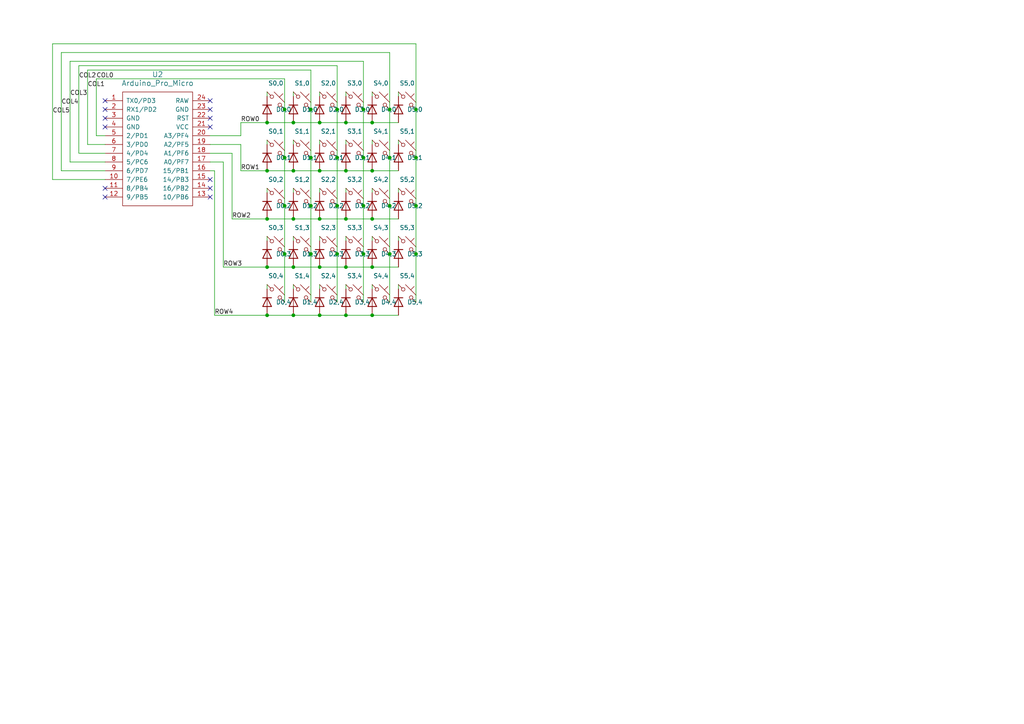
<source format=kicad_sch>
(kicad_sch (version 20230121) (generator eeschema)
  (paper "A4")
  (lib_symbols
    (symbol "ScottoKeebs:MCU_Arduino_Pro_Micro" (pin_names (offset 1.016))
      (property "Reference" "U" (at 0 0 0))
      (property "Value" "Arduino_Pro_Micro" (at 0 -19.05 0))
      (symbol "MCU_Arduino_Pro_Micro_0_1"
        (rectangle (start -10.16 16.51) (end 10.16 -16.51))
      )
      (symbol "MCU_Arduino_Pro_Micro_1_1"
        (pin input line (at -15.24 13.97 0) (length 5.08) (name "TX0/PD3") (number "1"))
        (pin input line (at -15.24 -8.89 0) (length 5.08) (name "7/PE6") (number "10"))
        (pin input line (at -15.24 -11.43 0) (length 5.08) (name "8/PB4") (number "11"))
        (pin input line (at -15.24 -13.97 0) (length 5.08) (name "9/PB5") (number "12"))
        (pin input line (at 15.24 -13.97 180) (length 5.08) (name "10/PB6") (number "13"))
        (pin input line (at 15.24 -11.43 180) (length 5.08) (name "16/PB2") (number "14"))
        (pin input line (at 15.24 -8.89 180) (length 5.08) (name "14/PB3") (number "15"))
        (pin input line (at 15.24 -6.35 180) (length 5.08) (name "15/PB1") (number "16"))
        (pin input line (at 15.24 -3.81 180) (length 5.08) (name "A0/PF7") (number "17"))
        (pin input line (at 15.24 -1.27 180) (length 5.08) (name "A1/PF6") (number "18"))
        (pin input line (at 15.24 1.27 180) (length 5.08) (name "A2/PF5") (number "19"))
        (pin input line (at -15.24 11.43 0) (length 5.08) (name "RX1/PD2") (number "2"))
        (pin input line (at 15.24 3.81 180) (length 5.08) (name "A3/PF4") (number "20"))
        (pin input line (at 15.24 6.35 180) (length 5.08) (name "VCC") (number "21"))
        (pin input line (at 15.24 8.89 180) (length 5.08) (name "RST") (number "22"))
        (pin input line (at 15.24 11.43 180) (length 5.08) (name "GND") (number "23"))
        (pin input line (at 15.24 13.97 180) (length 5.08) (name "RAW") (number "24"))
        (pin input line (at -15.24 8.89 0) (length 5.08) (name "GND") (number "3"))
        (pin input line (at -15.24 6.35 0) (length 5.08) (name "GND") (number "4"))
        (pin input line (at -15.24 3.81 0) (length 5.08) (name "2/PD1") (number "5"))
        (pin input line (at -15.24 1.27 0) (length 5.08) (name "3/PD0") (number "6"))
        (pin input line (at -15.24 -1.27 0) (length 5.08) (name "4/PD4") (number "7"))
        (pin input line (at -15.24 -3.81 0) (length 5.08) (name "5/PC6") (number "8"))
        (pin input line (at -15.24 -6.35 0) (length 5.08) (name "6/PD7") (number "9"))
      )
    )
    (symbol "ScottoKeebs:Placeholder_Diode" (pin_numbers hide) (pin_names hide)
      (property "Reference" "D" (at 0 2.54 0))
      (property "Value" "Diode" (at 0 -2.54 0))
      (symbol "Placeholder_Diode_0_1"
        (polyline (pts (xy -1.27 1.27) (xy -1.27 -1.27)) (stroke (width 0.254)))
        (polyline (pts (xy 1.27 0) (xy -1.27 0)))
        (polyline (pts (xy 1.27 1.27) (xy 1.27 -1.27) (xy -1.27 0) (xy 1.27 1.27)) (stroke (width 0.254)))
      )
      (symbol "Placeholder_Diode_1_1"
        (pin passive line (at -3.81 0 0) (length 2.54) (name "K") (number "1"))
        (pin passive line (at 3.81 0 180) (length 2.54) (name "A") (number "2"))
      )
    )
    (symbol "ScottoKeebs:Placeholder_Keyswitch" (pin_numbers hide) (pin_names (offset 1.016) hide)
      (property "Reference" "S" (at 3.048 1.016 0))
      (property "Value" "Keyswitch" (at 0 -3.81 0))
      (symbol "Placeholder_Keyswitch_0_1"
        (circle (center -1.1684 1.1684) (radius 0.508))
        (polyline (pts (xy -0.508 2.54) (xy 2.54 -0.508)))
        (polyline (pts (xy 1.016 1.016) (xy 2.032 2.032)))
        (polyline (pts (xy -2.54 2.54) (xy -1.524 1.524) (xy -1.524 1.524)))
        (polyline (pts (xy 1.524 -1.524) (xy 2.54 -2.54) (xy 2.54 -2.54) (xy 2.54 -2.54)))
        (circle (center 1.143 -1.1938) (radius 0.508))
        (pin passive line (at -2.54 2.54 0) (length 0) (name "1") (number "1"))
        (pin passive line (at 2.54 -2.54 180) (length 0) (name "2") (number "2"))
      )
    )
  )
  (junction (at 107.95 77.47))
  (junction (at 113.03 59.69))
  (junction (at 77.47 49.53))
  (junction (at 105.41 73.66))
  (junction (at 105.41 45.72))
  (junction (at 97.79 73.66))
  (junction (at 82.55 31.75))
  (junction (at 92.71 91.44))
  (junction (at 90.17 45.72))
  (junction (at 92.71 77.47))
  (junction (at 92.71 35.56))
  (junction (at 97.79 31.75))
  (junction (at 107.95 91.44))
  (junction (at 120.65 73.66))
  (junction (at 120.65 31.75))
  (junction (at 85.09 63.5))
  (junction (at 77.47 77.47))
  (junction (at 90.17 31.75))
  (junction (at 82.55 73.66))
  (junction (at 100.33 63.5))
  (junction (at 105.41 59.69))
  (junction (at 100.33 91.44))
  (junction (at 85.09 91.44))
  (junction (at 97.79 59.69))
  (junction (at 113.03 73.66))
  (junction (at 113.03 31.75))
  (junction (at 107.95 35.56))
  (junction (at 120.65 59.69))
  (junction (at 107.95 63.5))
  (junction (at 100.33 49.53))
  (junction (at 92.71 49.53))
  (junction (at 100.33 77.47))
  (junction (at 82.55 59.69))
  (junction (at 120.65 45.72))
  (junction (at 97.79 45.72))
  (junction (at 90.17 73.66))
  (junction (at 85.09 49.53))
  (junction (at 100.33 35.56))
  (junction (at 105.41 31.75))
  (junction (at 82.55 45.72))
  (junction (at 85.09 35.56))
  (junction (at 107.95 49.53))
  (junction (at 77.47 91.44))
  (junction (at 77.47 35.56))
  (junction (at 90.17 59.69))
  (junction (at 85.09 77.47))
  (junction (at 92.71 63.5))
  (junction (at 113.03 45.72))
  (junction (at 77.47 63.5))
  (no_connect (at 60.96 34.29))
  (no_connect (at 30.48 54.61))
  (no_connect (at 30.48 57.15))
  (no_connect (at 30.48 34.29))
  (no_connect (at 60.96 52.07))
  (no_connect (at 60.96 57.15))
  (no_connect (at 30.48 29.21))
  (no_connect (at 30.48 36.83))
  (no_connect (at 60.96 54.61))
  (no_connect (at 30.48 31.75))
  (no_connect (at 60.96 29.21))
  (no_connect (at 60.96 36.83))
  (no_connect (at 60.96 31.75))
  (wire (pts (xy 85.09 91.44) (xy 92.71 91.44)))
  (wire (pts (xy 82.55 59.69) (xy 82.55 73.66)))
  (wire (pts (xy 107.95 40.64) (xy 107.95 41.91)))
  (wire (pts (xy 92.71 77.47) (xy 100.33 77.47)))
  (wire (pts (xy 107.95 76.2) (xy 107.95 77.47)))
  (wire (pts (xy 92.71 68.58) (xy 92.71 69.85)))
  (wire (pts (xy 115.57 40.64) (xy 115.57 41.91)))
  (wire (pts (xy 115.57 68.58) (xy 115.57 69.85)))
  (wire (pts (xy 85.09 40.64) (xy 85.09 41.91)))
  (wire (pts (xy 120.65 59.69) (xy 120.65 73.66)))
  (wire (pts (xy 64.77 77.47) (xy 77.47 77.47)))
  (wire (pts (xy 120.65 31.75) (xy 120.65 45.72)))
  (wire (pts (xy 115.57 54.61) (xy 115.57 55.88)))
  (wire (pts (xy 107.95 49.53) (xy 115.57 49.53)))
  (wire (pts (xy 97.79 31.75) (xy 97.79 45.72)))
  (wire (pts (xy 27.94 22.86) (xy 82.55 22.86)))
  (wire (pts (xy 97.79 59.69) (xy 97.79 73.66)))
  (wire (pts (xy 90.17 59.69) (xy 90.17 73.66)))
  (wire (pts (xy 113.03 73.66) (xy 113.03 87.63)))
  (wire (pts (xy 92.71 26.67) (xy 92.71 27.94)))
  (wire (pts (xy 60.96 41.91) (xy 69.85 41.91)))
  (wire (pts (xy 22.86 19.05) (xy 97.79 19.05)))
  (wire (pts (xy 100.33 54.61) (xy 100.33 55.88)))
  (wire (pts (xy 82.55 31.75) (xy 82.55 45.72)))
  (wire (pts (xy 90.17 31.75) (xy 90.17 45.72)))
  (wire (pts (xy 85.09 26.67) (xy 85.09 27.94)))
  (wire (pts (xy 100.33 68.58) (xy 100.33 69.85)))
  (wire (pts (xy 107.95 68.58) (xy 107.95 69.85)))
  (wire (pts (xy 77.47 82.55) (xy 77.47 83.82)))
  (wire (pts (xy 115.57 82.55) (xy 115.57 83.82)))
  (wire (pts (xy 69.85 39.37) (xy 69.85 35.56)))
  (wire (pts (xy 20.32 46.99) (xy 20.32 17.78)))
  (wire (pts (xy 107.95 27.94) (xy 107.95 26.67)))
  (wire (pts (xy 107.95 63.5) (xy 115.57 63.5)))
  (wire (pts (xy 90.17 73.66) (xy 90.17 87.63)))
  (wire (pts (xy 92.71 63.5) (xy 100.33 63.5)))
  (wire (pts (xy 105.41 45.72) (xy 105.41 59.69)))
  (wire (pts (xy 67.31 44.45) (xy 67.31 63.5)))
  (wire (pts (xy 17.78 49.53) (xy 17.78 15.24)))
  (wire (pts (xy 97.79 73.66) (xy 97.79 87.63)))
  (wire (pts (xy 82.55 45.72) (xy 82.55 59.69)))
  (wire (pts (xy 100.33 35.56) (xy 107.95 35.56)))
  (wire (pts (xy 105.41 59.69) (xy 105.41 73.66)))
  (wire (pts (xy 105.41 73.66) (xy 105.41 87.63)))
  (wire (pts (xy 20.32 17.78) (xy 105.41 17.78)))
  (wire (pts (xy 62.23 49.53) (xy 62.23 91.44)))
  (wire (pts (xy 92.71 82.55) (xy 92.71 83.82)))
  (wire (pts (xy 100.33 49.53) (xy 107.95 49.53)))
  (wire (pts (xy 82.55 22.86) (xy 82.55 31.75)))
  (wire (pts (xy 77.47 35.56) (xy 85.09 35.56)))
  (wire (pts (xy 97.79 19.05) (xy 97.79 31.75)))
  (wire (pts (xy 77.47 68.58) (xy 77.47 69.85)))
  (wire (pts (xy 30.48 49.53) (xy 17.78 49.53)))
  (wire (pts (xy 105.41 17.78) (xy 105.41 31.75)))
  (wire (pts (xy 120.65 45.72) (xy 120.65 59.69)))
  (wire (pts (xy 25.4 20.32) (xy 25.4 41.91)))
  (wire (pts (xy 77.47 77.47) (xy 85.09 77.47)))
  (wire (pts (xy 105.41 31.75) (xy 105.41 45.72)))
  (wire (pts (xy 85.09 35.56) (xy 92.71 35.56)))
  (wire (pts (xy 107.95 91.44) (xy 115.57 91.44)))
  (wire (pts (xy 85.09 54.61) (xy 85.09 55.88)))
  (wire (pts (xy 15.24 12.7) (xy 120.65 12.7)))
  (wire (pts (xy 30.48 52.07) (xy 15.24 52.07)))
  (wire (pts (xy 90.17 20.32) (xy 90.17 31.75)))
  (wire (pts (xy 62.23 91.44) (xy 77.47 91.44)))
  (wire (pts (xy 15.24 52.07) (xy 15.24 12.7)))
  (wire (pts (xy 85.09 63.5) (xy 92.71 63.5)))
  (wire (pts (xy 97.79 45.72) (xy 97.79 59.69)))
  (wire (pts (xy 77.47 26.67) (xy 77.47 27.94)))
  (wire (pts (xy 82.55 73.66) (xy 82.55 87.63)))
  (wire (pts (xy 17.78 15.24) (xy 113.03 15.24)))
  (wire (pts (xy 100.33 77.47) (xy 107.95 77.47)))
  (wire (pts (xy 92.71 49.53) (xy 100.33 49.53)))
  (wire (pts (xy 115.57 26.67) (xy 115.57 27.94)))
  (wire (pts (xy 113.03 15.24) (xy 113.03 31.75)))
  (wire (pts (xy 69.85 35.56) (xy 77.47 35.56)))
  (wire (pts (xy 120.65 12.7) (xy 120.65 31.75)))
  (wire (pts (xy 100.33 91.44) (xy 107.95 91.44)))
  (wire (pts (xy 30.48 41.91) (xy 25.4 41.91)))
  (wire (pts (xy 77.47 54.61) (xy 77.47 55.88)))
  (wire (pts (xy 107.95 77.47) (xy 115.57 77.47)))
  (wire (pts (xy 85.09 49.53) (xy 92.71 49.53)))
  (wire (pts (xy 92.71 91.44) (xy 100.33 91.44)))
  (wire (pts (xy 77.47 63.5) (xy 85.09 63.5)))
  (wire (pts (xy 60.96 49.53) (xy 62.23 49.53)))
  (wire (pts (xy 85.09 82.55) (xy 85.09 83.82)))
  (wire (pts (xy 30.48 39.37) (xy 27.94 39.37)))
  (wire (pts (xy 90.17 45.72) (xy 90.17 59.69)))
  (wire (pts (xy 60.96 46.99) (xy 64.77 46.99)))
  (wire (pts (xy 60.96 44.45) (xy 67.31 44.45)))
  (wire (pts (xy 100.33 40.64) (xy 100.33 41.91)))
  (wire (pts (xy 67.31 63.5) (xy 77.47 63.5)))
  (wire (pts (xy 120.65 73.66) (xy 120.65 87.63)))
  (wire (pts (xy 69.85 41.91) (xy 69.85 49.53)))
  (wire (pts (xy 60.96 39.37) (xy 69.85 39.37)))
  (wire (pts (xy 69.85 49.53) (xy 77.47 49.53)))
  (wire (pts (xy 107.95 35.56) (xy 115.57 35.56)))
  (wire (pts (xy 100.33 63.5) (xy 107.95 63.5)))
  (wire (pts (xy 107.95 54.61) (xy 107.95 55.88)))
  (wire (pts (xy 92.71 54.61) (xy 92.71 55.88)))
  (wire (pts (xy 77.47 49.53) (xy 85.09 49.53)))
  (wire (pts (xy 30.48 46.99) (xy 20.32 46.99)))
  (wire (pts (xy 64.77 46.99) (xy 64.77 77.47)))
  (wire (pts (xy 113.03 31.75) (xy 113.03 45.72)))
  (wire (pts (xy 92.71 40.64) (xy 92.71 41.91)))
  (wire (pts (xy 27.94 39.37) (xy 27.94 22.86)))
  (wire (pts (xy 113.03 59.69) (xy 113.03 73.66)))
  (wire (pts (xy 85.09 68.58) (xy 85.09 69.85)))
  (wire (pts (xy 85.09 77.47) (xy 92.71 77.47)))
  (wire (pts (xy 30.48 44.45) (xy 22.86 44.45)))
  (wire (pts (xy 77.47 91.44) (xy 85.09 91.44)))
  (wire (pts (xy 107.95 82.55) (xy 107.95 83.82)))
  (wire (pts (xy 22.86 19.05) (xy 22.86 44.45)))
  (wire (pts (xy 25.4 20.32) (xy 90.17 20.32)))
  (wire (pts (xy 92.71 35.56) (xy 100.33 35.56)))
  (wire (pts (xy 113.03 45.72) (xy 113.03 59.69)))
  (wire (pts (xy 77.47 40.64) (xy 77.47 41.91)))
  (wire (pts (xy 100.33 82.55) (xy 100.33 83.82)))
  (wire (pts (xy 100.33 26.67) (xy 100.33 27.94)))
  (label "ROW1" (at 69.85 49.53 0))
  (label "COL0" (at 27.94 22.86 0))
  (label "COL3" (at 20.32 27.94 0))
  (label "COL4" (at 17.78 30.48 0))
  (label "ROW2" (at 67.31 63.5 0))
  (label "COL1" (at 25.4 25.4 0))
  (label "COL2" (at 22.86 22.86 0))
  (label "ROW4" (at 62.23 91.44 0))
  (label "ROW0" (at 69.85 35.56 0))
  (label "ROW3" (at 64.77 77.47 0))
  (label "COL5" (at 15.24 33.02 0))
  (symbol (lib_id "ScottoKeebs:Placeholder_Keyswitch") (at 95.25 57.15 0) (unit 1)
    (property "Reference" "S2,2" (at 95.25 52.07 0))
    (property "Value" "Keyswitch" (effects hide))
    (property "Footprint" "ScottoKeebs_Hotswap:Hotswap_MX_1.00u" (effects hide))
  )
  (symbol (lib_id "ScottoKeebs:Placeholder_Diode") (at 107.95 59.69 270) (unit 1)
    (property "Reference" "D4,2" (at 110.49 59.69 90) (effects (justify left)))
    (property "Value" "Diode" (effects hide))
    (property "Footprint" "ScottoKeebs_Components:Diode_DO-35" (effects hide))
    (property "Sim.Device" "D" (effects hide))
    (property "Sim.Pins" "1=K 2=A" (effects hide))
  )
  (symbol (lib_id "ScottoKeebs:Placeholder_Keyswitch") (at 87.63 85.09 0) (unit 1)
    (property "Reference" "S1,4" (at 87.63 80.01 0))
    (property "Value" "Keyswitch" (effects hide))
    (property "Footprint" "ScottoKeebs_Hotswap:Hotswap_MX_1.00u" (effects hide))
  )
  (symbol (lib_id "ScottoKeebs:Placeholder_Keyswitch") (at 118.11 85.09 0) (unit 1)
    (property "Reference" "S5,4" (at 118.11 80.01 0))
    (property "Value" "Keyswitch" (effects hide))
    (property "Footprint" "ScottoKeebs_Hotswap:Hotswap_MX_1.00u" (effects hide))
  )
  (symbol (lib_id "ScottoKeebs:Placeholder_Diode") (at 100.33 73.66 270) (unit 1)
    (property "Reference" "D3,3" (at 102.87 73.66 90) (effects (justify left)))
    (property "Value" "Diode" (effects hide))
    (property "Footprint" "ScottoKeebs_Components:Diode_DO-35" (effects hide))
    (property "Sim.Device" "D" (effects hide))
    (property "Sim.Pins" "1=K 2=A" (effects hide))
  )
  (symbol (lib_id "ScottoKeebs:Placeholder_Diode") (at 92.71 87.63 270) (unit 1)
    (property "Reference" "D2,4" (at 95.25 87.63 90) (effects (justify left)))
    (property "Value" "Diode" (effects hide))
    (property "Footprint" "ScottoKeebs_Components:Diode_DO-35" (effects hide))
    (property "Sim.Device" "D" (effects hide))
    (property "Sim.Pins" "1=K 2=A" (effects hide))
  )
  (symbol (lib_id "ScottoKeebs:Placeholder_Keyswitch") (at 95.25 71.12 0) (unit 1)
    (property "Reference" "S2,3" (at 95.25 66.04 0))
    (property "Value" "Keyswitch" (effects hide))
    (property "Footprint" "ScottoKeebs_Hotswap:Hotswap_MX_1.00u" (effects hide))
  )
  (symbol (lib_id "ScottoKeebs:Placeholder_Keyswitch") (at 95.25 43.18 0) (unit 1)
    (property "Reference" "S2,1" (at 95.25 38.1 0))
    (property "Value" "Keyswitch" (effects hide))
    (property "Footprint" "ScottoKeebs_Hotswap:Hotswap_MX_1.00u" (effects hide))
  )
  (symbol (lib_id "ScottoKeebs:Placeholder_Diode") (at 77.47 45.72 270) (unit 1)
    (property "Reference" "D0,1" (at 80.01 45.72 90) (effects (justify left)))
    (property "Value" "Diode" (effects hide))
    (property "Footprint" "ScottoKeebs_Components:Diode_DO-35" (effects hide))
    (property "Sim.Device" "D" (effects hide))
    (property "Sim.Pins" "1=K 2=A" (effects hide))
  )
  (symbol (lib_id "ScottoKeebs:Placeholder_Keyswitch") (at 80.01 57.15 0) (unit 1)
    (property "Reference" "S0,2" (at 80.01 52.07 0))
    (property "Value" "Keyswitch" (effects hide))
    (property "Footprint" "ScottoKeebs_Hotswap:Hotswap_MX_1.00u" (effects hide))
  )
  (symbol (lib_id "ScottoKeebs:Placeholder_Keyswitch") (at 110.49 43.18 0) (unit 1)
    (property "Reference" "S4,1" (at 110.49 38.1 0))
    (property "Value" "Keyswitch" (effects hide))
    (property "Footprint" "ScottoKeebs_Hotswap:Hotswap_MX_1.00u" (effects hide))
  )
  (symbol (lib_id "ScottoKeebs:Placeholder_Keyswitch") (at 102.87 43.18 0) (unit 1)
    (property "Reference" "S3,1" (at 102.87 38.1 0))
    (property "Value" "Keyswitch" (effects hide))
    (property "Footprint" "ScottoKeebs_Hotswap:Hotswap_MX_1.00u" (effects hide))
  )
  (symbol (lib_id "ScottoKeebs:Placeholder_Diode") (at 92.71 45.72 270) (unit 1)
    (property "Reference" "D2,1" (at 95.25 45.72 90) (effects (justify left)))
    (property "Value" "Diode" (effects hide))
    (property "Footprint" "ScottoKeebs_Components:Diode_DO-35" (effects hide))
    (property "Sim.Device" "D" (effects hide))
    (property "Sim.Pins" "1=K 2=A" (effects hide))
  )
  (symbol (lib_id "ScottoKeebs:Placeholder_Keyswitch") (at 87.63 57.15 0) (unit 1)
    (property "Reference" "S1,2" (at 87.63 52.07 0))
    (property "Value" "Keyswitch" (effects hide))
    (property "Footprint" "ScottoKeebs_Hotswap:Hotswap_MX_1.00u" (effects hide))
  )
  (symbol (lib_id "ScottoKeebs:Placeholder_Keyswitch") (at 118.11 29.21 0) (unit 1)
    (property "Reference" "S5,0" (at 118.11 24.13 0))
    (property "Value" "Keyswitch" (effects hide))
    (property "Footprint" "ScottoKeebs_Hotswap:Hotswap_MX_1.00u" (effects hide))
  )
  (symbol (lib_id "ScottoKeebs:Placeholder_Keyswitch") (at 110.49 71.12 0) (unit 1)
    (property "Reference" "S4,3" (at 110.49 66.04 0))
    (property "Value" "Keyswitch" (effects hide))
    (property "Footprint" "ScottoKeebs_Hotswap:Hotswap_MX_1.00u" (effects hide))
  )
  (symbol (lib_id "ScottoKeebs:Placeholder_Diode") (at 107.95 31.75 270) (unit 1)
    (property "Reference" "D4,0" (at 110.49 31.75 90) (effects (justify left)))
    (property "Value" "Diode" (effects hide))
    (property "Footprint" "ScottoKeebs_Components:Diode_DO-35" (effects hide))
    (property "Sim.Device" "D" (effects hide))
    (property "Sim.Pins" "1=K 2=A" (effects hide))
  )
  (symbol (lib_id "ScottoKeebs:Placeholder_Keyswitch") (at 87.63 71.12 0) (unit 1)
    (property "Reference" "S1,3" (at 87.63 66.04 0))
    (property "Value" "Keyswitch" (effects hide))
    (property "Footprint" "ScottoKeebs_Hotswap:Hotswap_MX_1.00u" (effects hide))
  )
  (symbol (lib_id "ScottoKeebs:Placeholder_Keyswitch") (at 110.49 85.09 0) (unit 1)
    (property "Reference" "S4,4" (at 110.49 80.01 0))
    (property "Value" "Keyswitch" (effects hide))
    (property "Footprint" "ScottoKeebs_Hotswap:Hotswap_MX_1.00u" (effects hide))
  )
  (symbol (lib_id "ScottoKeebs:Placeholder_Diode") (at 100.33 59.69 270) (unit 1)
    (property "Reference" "D3,2" (at 102.87 59.69 90) (effects (justify left)))
    (property "Value" "Diode" (effects hide))
    (property "Footprint" "ScottoKeebs_Components:Diode_DO-35" (effects hide))
    (property "Sim.Device" "D" (effects hide))
    (property "Sim.Pins" "1=K 2=A" (effects hide))
  )
  (symbol (lib_id "ScottoKeebs:Placeholder_Keyswitch") (at 87.63 43.18 0) (unit 1)
    (property "Reference" "S1,1" (at 87.63 38.1 0))
    (property "Value" "Keyswitch" (effects hide))
    (property "Footprint" "ScottoKeebs_Hotswap:Hotswap_MX_1.00u" (effects hide))
  )
  (symbol (lib_id "ScottoKeebs:Placeholder_Keyswitch") (at 118.11 43.18 0) (unit 1)
    (property "Reference" "S5,1" (at 118.11 38.1 0))
    (property "Value" "Keyswitch" (effects hide))
    (property "Footprint" "ScottoKeebs_Hotswap:Hotswap_MX_1.00u" (effects hide))
  )
  (symbol (lib_id "ScottoKeebs:Placeholder_Diode") (at 115.57 73.66 270) (unit 1)
    (property "Reference" "D5,3" (at 118.11 73.66 90) (effects (justify left)))
    (property "Value" "Diode" (effects hide))
    (property "Footprint" "ScottoKeebs_Components:Diode_DO-35" (effects hide))
    (property "Sim.Device" "D" (effects hide))
    (property "Sim.Pins" "1=K 2=A" (effects hide))
  )
  (symbol (lib_id "ScottoKeebs:Placeholder_Diode") (at 77.47 31.75 270) (unit 1)
    (property "Reference" "D0,0" (at 80.01 31.75 90) (effects (justify left)))
    (property "Value" "Diode" (effects hide))
    (property "Footprint" "ScottoKeebs_Components:Diode_DO-35" (effects hide))
    (property "Sim.Device" "D" (effects hide))
    (property "Sim.Pins" "1=K 2=A" (effects hide))
  )
  (symbol (lib_id "ScottoKeebs:Placeholder_Keyswitch") (at 80.01 71.12 0) (unit 1)
    (property "Reference" "S0,3" (at 80.01 66.04 0))
    (property "Value" "Keyswitch" (effects hide))
    (property "Footprint" "ScottoKeebs_Hotswap:Hotswap_MX_1.00u" (effects hide))
  )
  (symbol (lib_id "ScottoKeebs:Placeholder_Keyswitch") (at 102.87 71.12 0) (unit 1)
    (property "Reference" "S3,3" (at 102.87 66.04 0))
    (property "Value" "Keyswitch" (effects hide))
    (property "Footprint" "ScottoKeebs_Hotswap:Hotswap_MX_1.00u" (effects hide))
  )
  (symbol (lib_id "ScottoKeebs:Placeholder_Diode") (at 100.33 45.72 270) (unit 1)
    (property "Reference" "D3,1" (at 102.87 45.72 90) (effects (justify left)))
    (property "Value" "Diode" (effects hide))
    (property "Footprint" "ScottoKeebs_Components:Diode_DO-35" (effects hide))
    (property "Sim.Device" "D" (effects hide))
    (property "Sim.Pins" "1=K 2=A" (effects hide))
  )
  (symbol (lib_id "ScottoKeebs:Placeholder_Diode") (at 92.71 31.75 270) (unit 1)
    (property "Reference" "D2,0" (at 95.25 31.75 90) (effects (justify left)))
    (property "Value" "Diode" (effects hide))
    (property "Footprint" "ScottoKeebs_Components:Diode_DO-35" (effects hide))
    (property "Sim.Device" "D" (effects hide))
    (property "Sim.Pins" "1=K 2=A" (effects hide))
  )
  (symbol (lib_id "ScottoKeebs:Placeholder_Diode") (at 107.95 45.72 270) (unit 1)
    (property "Reference" "D4,1" (at 110.49 45.72 90) (effects (justify left)))
    (property "Value" "Diode" (effects hide))
    (property "Footprint" "ScottoKeebs_Components:Diode_DO-35" (effects hide))
    (property "Sim.Device" "D" (effects hide))
    (property "Sim.Pins" "1=K 2=A" (effects hide))
  )
  (symbol (lib_id "ScottoKeebs:Placeholder_Keyswitch") (at 102.87 85.09 0) (unit 1)
    (property "Reference" "S3,4" (at 102.87 80.01 0))
    (property "Value" "Keyswitch" (effects hide))
    (property "Footprint" "ScottoKeebs_Hotswap:Hotswap_MX_1.00u" (effects hide))
  )
  (symbol (lib_id "ScottoKeebs:Placeholder_Diode") (at 107.95 87.63 270) (unit 1)
    (property "Reference" "D4,4" (at 110.49 87.63 90) (effects (justify left)))
    (property "Value" "Diode" (effects hide))
    (property "Footprint" "ScottoKeebs_Components:Diode_DO-35" (effects hide))
    (property "Sim.Device" "D" (effects hide))
    (property "Sim.Pins" "1=K 2=A" (effects hide))
  )
  (symbol (lib_id "ScottoKeebs:Placeholder_Diode") (at 85.09 31.75 270) (unit 1)
    (property "Reference" "D1,0" (at 87.63 31.75 90) (effects (justify left)))
    (property "Value" "Diode" (effects hide))
    (property "Footprint" "ScottoKeebs_Components:Diode_DO-35" (effects hide))
    (property "Sim.Device" "D" (effects hide))
    (property "Sim.Pins" "1=K 2=A" (effects hide))
  )
  (symbol (lib_id "ScottoKeebs:Placeholder_Keyswitch") (at 102.87 29.21 0) (unit 1)
    (property "Reference" "S3,0" (at 102.87 24.13 0))
    (property "Value" "Keyswitch" (effects hide))
    (property "Footprint" "ScottoKeebs_Hotswap:Hotswap_MX_1.00u" (effects hide))
  )
  (symbol (lib_id "ScottoKeebs:Placeholder_Diode") (at 85.09 87.63 270) (unit 1)
    (property "Reference" "D1,4" (at 87.63 87.63 90) (effects (justify left)))
    (property "Value" "Diode" (effects hide))
    (property "Footprint" "ScottoKeebs_Components:Diode_DO-35" (effects hide))
    (property "Sim.Device" "D" (effects hide))
    (property "Sim.Pins" "1=K 2=A" (effects hide))
  )
  (symbol (lib_id "ScottoKeebs:MCU_Arduino_Pro_Micro") (at 45.72 43.18 0) (unit 1)
    (property "Reference" "U2" (at 45.72 21.59 0) (effects (font (size 1.524 1.524))))
    (property "Value" "Arduino_Pro_Micro" (at 45.72 24.13 0) (effects (font (size 1.524 1.524))))
    (property "Footprint" "ScottoKeebs_MCU:Arduino_Pro_Micro_modified_2" (effects hide))
  )
  (symbol (lib_id "ScottoKeebs:Placeholder_Diode") (at 115.57 31.75 270) (unit 1)
    (property "Reference" "D5,0" (at 118.11 31.75 90) (effects (justify left)))
    (property "Value" "Diode" (effects hide))
    (property "Footprint" "ScottoKeebs_Components:Diode_DO-35" (effects hide))
    (property "Sim.Device" "D" (effects hide))
    (property "Sim.Pins" "1=K 2=A" (effects hide))
  )
  (symbol (lib_id "ScottoKeebs:Placeholder_Diode") (at 77.47 59.69 270) (unit 1)
    (property "Reference" "D0,2" (at 80.01 59.69 90) (effects (justify left)))
    (property "Value" "Diode" (effects hide))
    (property "Footprint" "ScottoKeebs_Components:Diode_DO-35" (effects hide))
    (property "Sim.Device" "D" (effects hide))
    (property "Sim.Pins" "1=K 2=A" (effects hide))
  )
  (symbol (lib_id "ScottoKeebs:Placeholder_Diode") (at 85.09 59.69 270) (unit 1)
    (property "Reference" "D1,2" (at 87.63 59.69 90) (effects (justify left)))
    (property "Value" "Diode" (effects hide))
    (property "Footprint" "ScottoKeebs_Components:Diode_DO-35" (effects hide))
    (property "Sim.Device" "D" (effects hide))
    (property "Sim.Pins" "1=K 2=A" (effects hide))
  )
  (symbol (lib_id "ScottoKeebs:Placeholder_Diode") (at 85.09 73.66 270) (unit 1)
    (property "Reference" "D1,3" (at 87.63 73.66 90) (effects (justify left)))
    (property "Value" "Diode" (effects hide))
    (property "Footprint" "ScottoKeebs_Components:Diode_DO-35" (effects hide))
    (property "Sim.Device" "D" (effects hide))
    (property "Sim.Pins" "1=K 2=A" (effects hide))
  )
  (symbol (lib_id "ScottoKeebs:Placeholder_Diode") (at 115.57 87.63 270) (unit 1)
    (property "Reference" "D5,4" (at 118.11 87.63 90) (effects (justify left)))
    (property "Value" "Diode" (effects hide))
    (property "Footprint" "ScottoKeebs_Components:Diode_DO-35" (effects hide))
    (property "Sim.Device" "D" (effects hide))
    (property "Sim.Pins" "1=K 2=A" (effects hide))
  )
  (symbol (lib_id "ScottoKeebs:Placeholder_Diode") (at 92.71 59.69 270) (unit 1)
    (property "Reference" "D2,2" (at 95.25 59.69 90) (effects (justify left)))
    (property "Value" "Diode" (effects hide))
    (property "Footprint" "ScottoKeebs_Components:Diode_DO-35" (effects hide))
    (property "Sim.Device" "D" (effects hide))
    (property "Sim.Pins" "1=K 2=A" (effects hide))
  )
  (symbol (lib_id "ScottoKeebs:Placeholder_Keyswitch") (at 118.11 71.12 0) (unit 1)
    (property "Reference" "S5,3" (at 118.11 66.04 0))
    (property "Value" "Keyswitch" (effects hide))
    (property "Footprint" "ScottoKeebs_Hotswap:Hotswap_MX_1.00u" (effects hide))
  )
  (symbol (lib_id "ScottoKeebs:Placeholder_Diode") (at 85.09 45.72 270) (unit 1)
    (property "Reference" "D1,1" (at 87.63 45.72 90) (effects (justify left)))
    (property "Value" "Diode" (effects hide))
    (property "Footprint" "ScottoKeebs_Components:Diode_DO-35" (effects hide))
    (property "Sim.Device" "D" (effects hide))
    (property "Sim.Pins" "1=K 2=A" (effects hide))
  )
  (symbol (lib_id "ScottoKeebs:Placeholder_Diode") (at 115.57 59.69 270) (unit 1)
    (property "Reference" "D5,2" (at 118.11 59.69 90) (effects (justify left)))
    (property "Value" "Diode" (effects hide))
    (property "Footprint" "ScottoKeebs_Components:Diode_DO-35" (effects hide))
    (property "Sim.Device" "D" (effects hide))
    (property "Sim.Pins" "1=K 2=A" (effects hide))
  )
  (symbol (lib_id "ScottoKeebs:Placeholder_Diode") (at 77.47 73.66 270) (unit 1)
    (property "Reference" "D0,3" (at 80.01 73.66 90) (effects (justify left)))
    (property "Value" "Diode" (effects hide))
    (property "Footprint" "ScottoKeebs_Components:Diode_DO-35" (effects hide))
    (property "Sim.Device" "D" (effects hide))
    (property "Sim.Pins" "1=K 2=A" (effects hide))
  )
  (symbol (lib_id "ScottoKeebs:Placeholder_Diode") (at 100.33 87.63 270) (unit 1)
    (property "Reference" "D3,4" (at 102.87 87.63 90) (effects (justify left)))
    (property "Value" "Diode" (effects hide))
    (property "Footprint" "ScottoKeebs_Components:Diode_DO-35" (effects hide))
    (property "Sim.Device" "D" (effects hide))
    (property "Sim.Pins" "1=K 2=A" (effects hide))
  )
  (symbol (lib_id "ScottoKeebs:Placeholder_Diode") (at 77.47 87.63 270) (unit 1)
    (property "Reference" "D0,4" (at 80.01 87.63 90) (effects (justify left)))
    (property "Value" "Diode" (effects hide))
    (property "Footprint" "ScottoKeebs_Components:Diode_DO-35" (effects hide))
    (property "Sim.Device" "D" (effects hide))
    (property "Sim.Pins" "1=K 2=A" (effects hide))
  )
  (symbol (lib_id "ScottoKeebs:Placeholder_Keyswitch") (at 87.63 29.21 0) (unit 1)
    (property "Reference" "S1,0" (at 87.63 24.13 0))
    (property "Value" "Keyswitch" (effects hide))
    (property "Footprint" "ScottoKeebs_Hotswap:Hotswap_MX_1.00u" (effects hide))
  )
  (symbol (lib_id "ScottoKeebs:Placeholder_Keyswitch") (at 80.01 85.09 0) (unit 1)
    (property "Reference" "S0,4" (at 80.01 80.01 0))
    (property "Value" "Keyswitch" (effects hide))
    (property "Footprint" "ScottoKeebs_Hotswap:Hotswap_MX_1.00u" (effects hide))
  )
  (symbol (lib_id "ScottoKeebs:Placeholder_Keyswitch") (at 102.87 57.15 0) (unit 1)
    (property "Reference" "S3,2" (at 102.87 52.07 0))
    (property "Value" "Keyswitch" (effects hide))
    (property "Footprint" "ScottoKeebs_Hotswap:Hotswap_MX_1.00u" (effects hide))
  )
  (symbol (lib_id "ScottoKeebs:Placeholder_Keyswitch") (at 110.49 57.15 0) (unit 1)
    (property "Reference" "S4,2" (at 110.49 52.07 0))
    (property "Value" "Keyswitch" (effects hide))
    (property "Footprint" "ScottoKeebs_Hotswap:Hotswap_MX_1.00u" (effects hide))
  )
  (symbol (lib_id "ScottoKeebs:Placeholder_Keyswitch") (at 110.49 29.21 0) (unit 1)
    (property "Reference" "S4,0" (at 110.49 24.13 0))
    (property "Value" "Keyswitch" (effects hide))
    (property "Footprint" "ScottoKeebs_Hotswap:Hotswap_MX_1.00u" (effects hide))
  )
  (symbol (lib_id "ScottoKeebs:Placeholder_Keyswitch") (at 95.25 29.21 0) (unit 1)
    (property "Reference" "S2,0" (at 95.25 24.13 0))
    (property "Value" "Keyswitch" (effects hide))
    (property "Footprint" "ScottoKeebs_Hotswap:Hotswap_MX_1.00u" (effects hide))
  )
  (symbol (lib_id "ScottoKeebs:Placeholder_Diode") (at 92.71 73.66 270) (unit 1)
    (property "Reference" "D2,3" (at 95.25 73.66 90) (effects (justify left)))
    (property "Value" "Diode" (effects hide))
    (property "Footprint" "ScottoKeebs_Components:Diode_DO-35" (effects hide))
    (property "Sim.Device" "D" (effects hide))
    (property "Sim.Pins" "1=K 2=A" (effects hide))
  )
  (symbol (lib_id "ScottoKeebs:Placeholder_Keyswitch") (at 118.11 57.15 0) (unit 1)
    (property "Reference" "S5,2" (at 118.11 52.07 0))
    (property "Value" "Keyswitch" (effects hide))
    (property "Footprint" "ScottoKeebs_Hotswap:Hotswap_MX_1.00u" (effects hide))
  )
  (symbol (lib_id "ScottoKeebs:Placeholder_Keyswitch") (at 95.25 85.09 0) (unit 1)
    (property "Reference" "S2,4" (at 95.25 80.01 0))
    (property "Value" "Keyswitch" (effects hide))
    (property "Footprint" "ScottoKeebs_Hotswap:Hotswap_MX_1.00u" (effects hide))
  )
  (symbol (lib_id "ScottoKeebs:Placeholder_Diode") (at 100.33 31.75 270) (unit 1)
    (property "Reference" "D3,0" (at 102.87 31.75 90) (effects (justify left)))
    (property "Value" "Diode" (effects hide))
    (property "Footprint" "ScottoKeebs_Components:Diode_DO-35" (effects hide))
    (property "Sim.Device" "D" (effects hide))
    (property "Sim.Pins" "1=K 2=A" (effects hide))
  )
  (symbol (lib_id "ScottoKeebs:Placeholder_Keyswitch") (at 80.01 43.18 0) (unit 1)
    (property "Reference" "S0,1" (at 80.01 38.1 0))
    (property "Value" "Keyswitch" (effects hide))
    (property "Footprint" "ScottoKeebs_Hotswap:Hotswap_MX_1.00u" (effects hide))
  )
  (symbol (lib_id "ScottoKeebs:Placeholder_Keyswitch") (at 80.01 29.21 0) (unit 1)
    (property "Reference" "S0,0" (at 80.01 24.13 0))
    (property "Value" "Keyswitch" (effects hide))
    (property "Footprint" "ScottoKeebs_Hotswap:Hotswap_MX_1.00u" (effects hide))
  )
  (symbol (lib_id "ScottoKeebs:Placeholder_Diode") (at 107.95 73.66 270) (unit 1)
    (property "Reference" "D4,3" (at 110.49 73.66 90) (effects (justify left)))
    (property "Value" "Diode" (effects hide))
    (property "Footprint" "ScottoKeebs_Components:Diode_DO-35" (effects hide))
    (property "Sim.Device" "D" (effects hide))
    (property "Sim.Pins" "1=K 2=A" (effects hide))
  )
  (symbol (lib_id "ScottoKeebs:Placeholder_Diode") (at 115.57 45.72 270) (unit 1)
    (property "Reference" "D5,1" (at 118.11 45.72 90) (effects (justify left)))
    (property "Value" "Diode" (effects hide))
    (property "Footprint" "ScottoKeebs_Components:Diode_DO-35" (effects hide))
    (property "Sim.Device" "D" (effects hide))
    (property "Sim.Pins" "1=K 2=A" (effects hide))
  )
)
</source>
